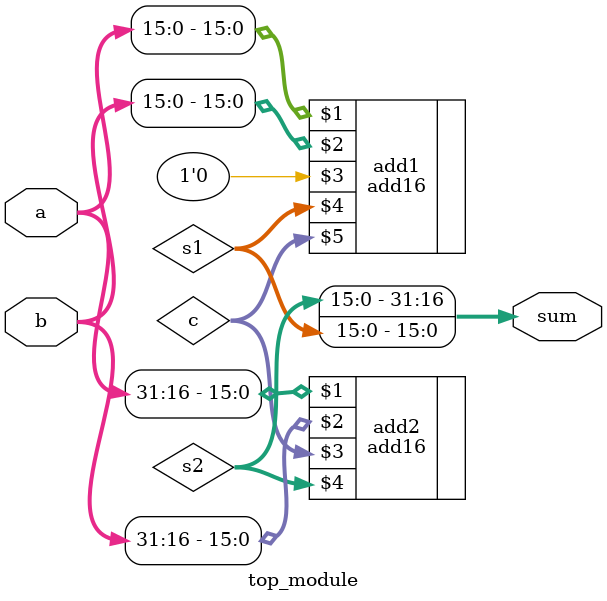
<source format=v>
module top_module(
    input [31:0] a,
    input [31:0] b,
    output [31:0] sum
);
    wire [15:0] s1, s2, c;
    add16 add1(a[15:0], b[15:0], 1'b0, s1, c);
    add16 add2(a[31:16], b[31:16], c, s2);
    assign sum = {s2, s1};

endmodule

</source>
